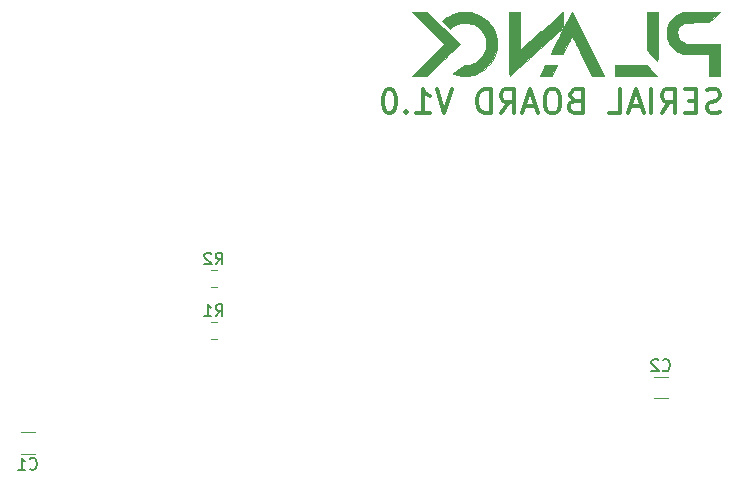
<source format=gbr>
%TF.GenerationSoftware,KiCad,Pcbnew,(5.1.6-0-10_14)*%
%TF.CreationDate,2021-01-13T00:48:19+01:00*%
%TF.ProjectId,serial_board,73657269-616c-45f6-926f-6172642e6b69,rev?*%
%TF.SameCoordinates,Original*%
%TF.FileFunction,Legend,Bot*%
%TF.FilePolarity,Positive*%
%FSLAX46Y46*%
G04 Gerber Fmt 4.6, Leading zero omitted, Abs format (unit mm)*
G04 Created by KiCad (PCBNEW (5.1.6-0-10_14)) date 2021-01-13 00:48:19*
%MOMM*%
%LPD*%
G01*
G04 APERTURE LIST*
%ADD10C,0.300000*%
%ADD11C,0.120000*%
%ADD12C,0.010000*%
%ADD13C,0.150000*%
G04 APERTURE END LIST*
D10*
X79055714Y50244476D02*
X78770000Y50149238D01*
X78293809Y50149238D01*
X78103333Y50244476D01*
X78008095Y50339714D01*
X77912857Y50530190D01*
X77912857Y50720666D01*
X78008095Y50911142D01*
X78103333Y51006380D01*
X78293809Y51101619D01*
X78674761Y51196857D01*
X78865238Y51292095D01*
X78960476Y51387333D01*
X79055714Y51577809D01*
X79055714Y51768285D01*
X78960476Y51958761D01*
X78865238Y52054000D01*
X78674761Y52149238D01*
X78198571Y52149238D01*
X77912857Y52054000D01*
X77055714Y51196857D02*
X76389047Y51196857D01*
X76103333Y50149238D02*
X77055714Y50149238D01*
X77055714Y52149238D01*
X76103333Y52149238D01*
X74103333Y50149238D02*
X74770000Y51101619D01*
X75246190Y50149238D02*
X75246190Y52149238D01*
X74484285Y52149238D01*
X74293809Y52054000D01*
X74198571Y51958761D01*
X74103333Y51768285D01*
X74103333Y51482571D01*
X74198571Y51292095D01*
X74293809Y51196857D01*
X74484285Y51101619D01*
X75246190Y51101619D01*
X73246190Y50149238D02*
X73246190Y52149238D01*
X72389047Y50720666D02*
X71436666Y50720666D01*
X72579523Y50149238D02*
X71912857Y52149238D01*
X71246190Y50149238D01*
X69627142Y50149238D02*
X70579523Y50149238D01*
X70579523Y52149238D01*
X66770000Y51196857D02*
X66484285Y51101619D01*
X66389047Y51006380D01*
X66293809Y50815904D01*
X66293809Y50530190D01*
X66389047Y50339714D01*
X66484285Y50244476D01*
X66674761Y50149238D01*
X67436666Y50149238D01*
X67436666Y52149238D01*
X66770000Y52149238D01*
X66579523Y52054000D01*
X66484285Y51958761D01*
X66389047Y51768285D01*
X66389047Y51577809D01*
X66484285Y51387333D01*
X66579523Y51292095D01*
X66770000Y51196857D01*
X67436666Y51196857D01*
X65055714Y52149238D02*
X64674761Y52149238D01*
X64484285Y52054000D01*
X64293809Y51863523D01*
X64198571Y51482571D01*
X64198571Y50815904D01*
X64293809Y50434952D01*
X64484285Y50244476D01*
X64674761Y50149238D01*
X65055714Y50149238D01*
X65246190Y50244476D01*
X65436666Y50434952D01*
X65531904Y50815904D01*
X65531904Y51482571D01*
X65436666Y51863523D01*
X65246190Y52054000D01*
X65055714Y52149238D01*
X63436666Y50720666D02*
X62484285Y50720666D01*
X63627142Y50149238D02*
X62960476Y52149238D01*
X62293809Y50149238D01*
X60484285Y50149238D02*
X61150952Y51101619D01*
X61627142Y50149238D02*
X61627142Y52149238D01*
X60865238Y52149238D01*
X60674761Y52054000D01*
X60579523Y51958761D01*
X60484285Y51768285D01*
X60484285Y51482571D01*
X60579523Y51292095D01*
X60674761Y51196857D01*
X60865238Y51101619D01*
X61627142Y51101619D01*
X59627142Y50149238D02*
X59627142Y52149238D01*
X59150952Y52149238D01*
X58865238Y52054000D01*
X58674761Y51863523D01*
X58579523Y51673047D01*
X58484285Y51292095D01*
X58484285Y51006380D01*
X58579523Y50625428D01*
X58674761Y50434952D01*
X58865238Y50244476D01*
X59150952Y50149238D01*
X59627142Y50149238D01*
X56389047Y52149238D02*
X55722380Y50149238D01*
X55055714Y52149238D01*
X53341428Y50149238D02*
X54484285Y50149238D01*
X53912857Y50149238D02*
X53912857Y52149238D01*
X54103333Y51863523D01*
X54293809Y51673047D01*
X54484285Y51577809D01*
X52484285Y50339714D02*
X52389047Y50244476D01*
X52484285Y50149238D01*
X52579523Y50244476D01*
X52484285Y50339714D01*
X52484285Y50149238D01*
X51150952Y52149238D02*
X50960476Y52149238D01*
X50770000Y52054000D01*
X50674761Y51958761D01*
X50579523Y51768285D01*
X50484285Y51387333D01*
X50484285Y50911142D01*
X50579523Y50530190D01*
X50674761Y50339714D01*
X50770000Y50244476D01*
X50960476Y50149238D01*
X51150952Y50149238D01*
X51341428Y50244476D01*
X51436666Y50339714D01*
X51531904Y50530190D01*
X51627142Y50911142D01*
X51627142Y51387333D01*
X51531904Y51768285D01*
X51436666Y51958761D01*
X51341428Y52054000D01*
X51150952Y52149238D01*
D11*
%TO.C,R2*%
X36456252Y35421500D02*
X35933748Y35421500D01*
X36456252Y36841500D02*
X35933748Y36841500D01*
%TO.C,R1*%
X36456252Y31040000D02*
X35933748Y31040000D01*
X36456252Y32460000D02*
X35933748Y32460000D01*
%TO.C,C2*%
X74643064Y27834000D02*
X73438936Y27834000D01*
X74643064Y26014000D02*
X73438936Y26014000D01*
%TO.C,C1*%
X19844936Y21315000D02*
X21049064Y21315000D01*
X19844936Y23135000D02*
X21049064Y23135000D01*
D12*
%TO.C,G\u002A\u002A\u002A*%
G36*
X77620709Y58721562D02*
G01*
X77360601Y58721525D01*
X77130092Y58721367D01*
X76927032Y58720981D01*
X76749270Y58720259D01*
X76594654Y58719093D01*
X76461035Y58717375D01*
X76346260Y58714999D01*
X76248180Y58711856D01*
X76164644Y58707840D01*
X76093500Y58702841D01*
X76032599Y58696753D01*
X75979789Y58689469D01*
X75932919Y58680880D01*
X75889838Y58670879D01*
X75848397Y58659358D01*
X75806443Y58646211D01*
X75761827Y58631328D01*
X75752284Y58628096D01*
X75544001Y58541185D01*
X75347691Y58427043D01*
X75166228Y58288668D01*
X75002489Y58129059D01*
X74859348Y57951214D01*
X74739680Y57758132D01*
X74646363Y57552811D01*
X74606646Y57433466D01*
X74555798Y57204642D01*
X74533643Y56971746D01*
X74539829Y56739007D01*
X74574005Y56510651D01*
X74635817Y56290907D01*
X74717905Y56097761D01*
X74833362Y55902222D01*
X74974433Y55720794D01*
X75137354Y55556771D01*
X75318364Y55413447D01*
X75513698Y55294116D01*
X75719594Y55202071D01*
X75755965Y55189173D01*
X75806153Y55172436D01*
X75853305Y55157990D01*
X75900110Y55145668D01*
X75949256Y55135300D01*
X76003431Y55126719D01*
X76065323Y55119757D01*
X76137622Y55114245D01*
X76223015Y55110014D01*
X76324190Y55106897D01*
X76443837Y55104725D01*
X76584643Y55103331D01*
X76749297Y55102545D01*
X76940487Y55102199D01*
X77146642Y55102125D01*
X78152625Y55102125D01*
X78152625Y53292375D01*
X79057500Y53292375D01*
X79057500Y56006038D01*
X76176188Y56014938D01*
X76071855Y56050422D01*
X75923720Y56116991D01*
X75786422Y56210673D01*
X75665190Y56327332D01*
X75579612Y56440026D01*
X75505236Y56582771D01*
X75459478Y56735644D01*
X75442542Y56894604D01*
X75454632Y57055607D01*
X75495955Y57214611D01*
X75535534Y57308750D01*
X75585075Y57389971D01*
X75654989Y57477190D01*
X75737425Y57562541D01*
X75824531Y57638158D01*
X75908455Y57696171D01*
X75938063Y57712054D01*
X75976511Y57730672D01*
X76010994Y57746661D01*
X76044170Y57760238D01*
X76078697Y57771618D01*
X76117232Y57781016D01*
X76162433Y57788648D01*
X76216957Y57794730D01*
X76283462Y57799478D01*
X76364606Y57803106D01*
X76463047Y57805831D01*
X76581441Y57807869D01*
X76722448Y57809434D01*
X76888723Y57810742D01*
X77082926Y57812010D01*
X77177479Y57812608D01*
X78162895Y57818874D01*
X78614062Y58270250D01*
X79065228Y58721625D01*
X77620709Y58721562D01*
G37*
X77620709Y58721562D02*
X77360601Y58721525D01*
X77130092Y58721367D01*
X76927032Y58720981D01*
X76749270Y58720259D01*
X76594654Y58719093D01*
X76461035Y58717375D01*
X76346260Y58714999D01*
X76248180Y58711856D01*
X76164644Y58707840D01*
X76093500Y58702841D01*
X76032599Y58696753D01*
X75979789Y58689469D01*
X75932919Y58680880D01*
X75889838Y58670879D01*
X75848397Y58659358D01*
X75806443Y58646211D01*
X75761827Y58631328D01*
X75752284Y58628096D01*
X75544001Y58541185D01*
X75347691Y58427043D01*
X75166228Y58288668D01*
X75002489Y58129059D01*
X74859348Y57951214D01*
X74739680Y57758132D01*
X74646363Y57552811D01*
X74606646Y57433466D01*
X74555798Y57204642D01*
X74533643Y56971746D01*
X74539829Y56739007D01*
X74574005Y56510651D01*
X74635817Y56290907D01*
X74717905Y56097761D01*
X74833362Y55902222D01*
X74974433Y55720794D01*
X75137354Y55556771D01*
X75318364Y55413447D01*
X75513698Y55294116D01*
X75719594Y55202071D01*
X75755965Y55189173D01*
X75806153Y55172436D01*
X75853305Y55157990D01*
X75900110Y55145668D01*
X75949256Y55135300D01*
X76003431Y55126719D01*
X76065323Y55119757D01*
X76137622Y55114245D01*
X76223015Y55110014D01*
X76324190Y55106897D01*
X76443837Y55104725D01*
X76584643Y55103331D01*
X76749297Y55102545D01*
X76940487Y55102199D01*
X77146642Y55102125D01*
X78152625Y55102125D01*
X78152625Y53292375D01*
X79057500Y53292375D01*
X79057500Y56006038D01*
X76176188Y56014938D01*
X76071855Y56050422D01*
X75923720Y56116991D01*
X75786422Y56210673D01*
X75665190Y56327332D01*
X75579612Y56440026D01*
X75505236Y56582771D01*
X75459478Y56735644D01*
X75442542Y56894604D01*
X75454632Y57055607D01*
X75495955Y57214611D01*
X75535534Y57308750D01*
X75585075Y57389971D01*
X75654989Y57477190D01*
X75737425Y57562541D01*
X75824531Y57638158D01*
X75908455Y57696171D01*
X75938063Y57712054D01*
X75976511Y57730672D01*
X76010994Y57746661D01*
X76044170Y57760238D01*
X76078697Y57771618D01*
X76117232Y57781016D01*
X76162433Y57788648D01*
X76216957Y57794730D01*
X76283462Y57799478D01*
X76364606Y57803106D01*
X76463047Y57805831D01*
X76581441Y57807869D01*
X76722448Y57809434D01*
X76888723Y57810742D01*
X77082926Y57812010D01*
X77177479Y57812608D01*
X78162895Y57818874D01*
X78614062Y58270250D01*
X79065228Y58721625D01*
X77620709Y58721562D01*
G36*
X70135750Y53292375D02*
G01*
X73757881Y53292375D01*
X73316034Y53744538D01*
X72874188Y54196700D01*
X70135750Y54197250D01*
X70135750Y53292375D01*
G37*
X70135750Y53292375D02*
X73757881Y53292375D01*
X73316034Y53744538D01*
X72874188Y54196700D01*
X70135750Y54197250D01*
X70135750Y53292375D01*
G36*
X65610269Y56927727D02*
G01*
X65498217Y56703823D01*
X65390160Y56487748D01*
X65286945Y56281205D01*
X65189419Y56085894D01*
X65098430Y55903517D01*
X65014823Y55735775D01*
X64939446Y55584369D01*
X64873145Y55451000D01*
X64816768Y55337369D01*
X64771162Y55245177D01*
X64737173Y55176126D01*
X64715647Y55131917D01*
X64707433Y55114251D01*
X64707376Y55114032D01*
X64722406Y55111141D01*
X64765438Y55108503D01*
X64832722Y55106207D01*
X64920511Y55104340D01*
X65025056Y55102990D01*
X65142609Y55102245D01*
X65214522Y55102125D01*
X65722543Y55102125D01*
X66115353Y55887938D01*
X66188719Y56034418D01*
X66257912Y56172012D01*
X66321628Y56298163D01*
X66378560Y56410312D01*
X66427404Y56505902D01*
X66466856Y56582376D01*
X66495609Y56637176D01*
X66512358Y56667744D01*
X66516176Y56673410D01*
X66524178Y56659460D01*
X66545509Y56618861D01*
X66579289Y56553354D01*
X66624635Y56464682D01*
X66680665Y56354588D01*
X66746497Y56224812D01*
X66821249Y56077098D01*
X66904040Y55913187D01*
X66993987Y55734822D01*
X67090208Y55543745D01*
X67191822Y55341698D01*
X67297947Y55130422D01*
X67372063Y54982722D01*
X68219937Y53292375D01*
X69230894Y53292375D01*
X67871590Y56010946D01*
X66512286Y58729516D01*
X65610269Y56927727D01*
G37*
X65610269Y56927727D02*
X65498217Y56703823D01*
X65390160Y56487748D01*
X65286945Y56281205D01*
X65189419Y56085894D01*
X65098430Y55903517D01*
X65014823Y55735775D01*
X64939446Y55584369D01*
X64873145Y55451000D01*
X64816768Y55337369D01*
X64771162Y55245177D01*
X64737173Y55176126D01*
X64715647Y55131917D01*
X64707433Y55114251D01*
X64707376Y55114032D01*
X64722406Y55111141D01*
X64765438Y55108503D01*
X64832722Y55106207D01*
X64920511Y55104340D01*
X65025056Y55102990D01*
X65142609Y55102245D01*
X65214522Y55102125D01*
X65722543Y55102125D01*
X66115353Y55887938D01*
X66188719Y56034418D01*
X66257912Y56172012D01*
X66321628Y56298163D01*
X66378560Y56410312D01*
X66427404Y56505902D01*
X66466856Y56582376D01*
X66495609Y56637176D01*
X66512358Y56667744D01*
X66516176Y56673410D01*
X66524178Y56659460D01*
X66545509Y56618861D01*
X66579289Y56553354D01*
X66624635Y56464682D01*
X66680665Y56354588D01*
X66746497Y56224812D01*
X66821249Y56077098D01*
X66904040Y55913187D01*
X66993987Y55734822D01*
X67090208Y55543745D01*
X67191822Y55341698D01*
X67297947Y55130422D01*
X67372063Y54982722D01*
X68219937Y53292375D01*
X69230894Y53292375D01*
X67871590Y56010946D01*
X66512286Y58729516D01*
X65610269Y56927727D01*
G36*
X64027679Y53755220D02*
G01*
X63972060Y53646140D01*
X63921408Y53546185D01*
X63877464Y53458839D01*
X63841969Y53387588D01*
X63816666Y53335917D01*
X63803294Y53307310D01*
X63801625Y53302783D01*
X63816872Y53300246D01*
X63860096Y53297933D01*
X63927528Y53295921D01*
X64015395Y53294288D01*
X64119926Y53293112D01*
X64237351Y53292472D01*
X64305786Y53292375D01*
X64809947Y53292375D01*
X65036000Y53744813D01*
X65262053Y54197250D01*
X64253733Y54197250D01*
X64027679Y53755220D01*
G37*
X64027679Y53755220D02*
X63972060Y53646140D01*
X63921408Y53546185D01*
X63877464Y53458839D01*
X63841969Y53387588D01*
X63816666Y53335917D01*
X63803294Y53307310D01*
X63801625Y53302783D01*
X63816872Y53300246D01*
X63860096Y53297933D01*
X63927528Y53295921D01*
X64015395Y53294288D01*
X64119926Y53293112D01*
X64237351Y53292472D01*
X64305786Y53292375D01*
X64809947Y53292375D01*
X65036000Y53744813D01*
X65262053Y54197250D01*
X64253733Y54197250D01*
X64027679Y53755220D01*
G36*
X65718532Y58694469D02*
G01*
X65702795Y58680255D01*
X65664771Y58646008D01*
X65605787Y58592920D01*
X65527168Y58522183D01*
X65430240Y58434990D01*
X65316329Y58332534D01*
X65186761Y58216006D01*
X65042862Y58086599D01*
X64885956Y57945505D01*
X64717372Y57793917D01*
X64538433Y57633027D01*
X64350466Y57464027D01*
X64154797Y57288109D01*
X63952751Y57106467D01*
X63912750Y57070506D01*
X62142688Y55479235D01*
X62138644Y57100430D01*
X62134601Y58721625D01*
X61229875Y58721625D01*
X61229875Y56007000D01*
X61229898Y55716003D01*
X61229965Y55433688D01*
X61230074Y55161683D01*
X61230221Y54901611D01*
X61230406Y54655098D01*
X61230625Y54423768D01*
X61230877Y54209248D01*
X61231158Y54013162D01*
X61231467Y53837135D01*
X61231800Y53682792D01*
X61232157Y53551759D01*
X61232533Y53445660D01*
X61232928Y53366121D01*
X61233338Y53314766D01*
X61233761Y53293221D01*
X61233844Y53292632D01*
X61245888Y53303086D01*
X61280281Y53333637D01*
X61335762Y53383154D01*
X61411071Y53450506D01*
X61504947Y53534561D01*
X61616129Y53634190D01*
X61743356Y53748261D01*
X61885366Y53875642D01*
X62040900Y54015204D01*
X62208696Y54165816D01*
X62387494Y54326345D01*
X62576031Y54495663D01*
X62773049Y54672636D01*
X62977284Y54856135D01*
X63103125Y54969220D01*
X63318558Y55162817D01*
X63532062Y55354666D01*
X63742004Y55543297D01*
X63946747Y55727242D01*
X64144656Y55905031D01*
X64334094Y56075195D01*
X64513428Y56236266D01*
X64681021Y56386776D01*
X64835237Y56525253D01*
X64974441Y56650231D01*
X65096997Y56760240D01*
X65201270Y56853812D01*
X65285625Y56929476D01*
X65348425Y56985765D01*
X65360965Y56996995D01*
X65753491Y57348438D01*
X65753871Y58037799D01*
X65754250Y58727159D01*
X65718532Y58694469D01*
G37*
X65718532Y58694469D02*
X65702795Y58680255D01*
X65664771Y58646008D01*
X65605787Y58592920D01*
X65527168Y58522183D01*
X65430240Y58434990D01*
X65316329Y58332534D01*
X65186761Y58216006D01*
X65042862Y58086599D01*
X64885956Y57945505D01*
X64717372Y57793917D01*
X64538433Y57633027D01*
X64350466Y57464027D01*
X64154797Y57288109D01*
X63952751Y57106467D01*
X63912750Y57070506D01*
X62142688Y55479235D01*
X62138644Y57100430D01*
X62134601Y58721625D01*
X61229875Y58721625D01*
X61229875Y56007000D01*
X61229898Y55716003D01*
X61229965Y55433688D01*
X61230074Y55161683D01*
X61230221Y54901611D01*
X61230406Y54655098D01*
X61230625Y54423768D01*
X61230877Y54209248D01*
X61231158Y54013162D01*
X61231467Y53837135D01*
X61231800Y53682792D01*
X61232157Y53551759D01*
X61232533Y53445660D01*
X61232928Y53366121D01*
X61233338Y53314766D01*
X61233761Y53293221D01*
X61233844Y53292632D01*
X61245888Y53303086D01*
X61280281Y53333637D01*
X61335762Y53383154D01*
X61411071Y53450506D01*
X61504947Y53534561D01*
X61616129Y53634190D01*
X61743356Y53748261D01*
X61885366Y53875642D01*
X62040900Y54015204D01*
X62208696Y54165816D01*
X62387494Y54326345D01*
X62576031Y54495663D01*
X62773049Y54672636D01*
X62977284Y54856135D01*
X63103125Y54969220D01*
X63318558Y55162817D01*
X63532062Y55354666D01*
X63742004Y55543297D01*
X63946747Y55727242D01*
X64144656Y55905031D01*
X64334094Y56075195D01*
X64513428Y56236266D01*
X64681021Y56386776D01*
X64835237Y56525253D01*
X64974441Y56650231D01*
X65096997Y56760240D01*
X65201270Y56853812D01*
X65285625Y56929476D01*
X65348425Y56985765D01*
X65360965Y56996995D01*
X65753491Y57348438D01*
X65753871Y58037799D01*
X65754250Y58727159D01*
X65718532Y58694469D01*
G36*
X57274682Y58712742D02*
G01*
X57138475Y58705154D01*
X57021877Y58692496D01*
X56983313Y58686127D01*
X56701231Y58617718D01*
X56427501Y58520094D01*
X56165529Y58394935D01*
X55918720Y58243922D01*
X55690478Y58068736D01*
X55636781Y58021417D01*
X55528498Y57923315D01*
X55605031Y57844927D01*
X55639910Y57810020D01*
X55693009Y57757916D01*
X55759525Y57693280D01*
X55834653Y57620776D01*
X55913589Y57545068D01*
X55931396Y57528057D01*
X56181228Y57289576D01*
X56264771Y57365201D01*
X56436778Y57500146D01*
X56628327Y57612888D01*
X56834354Y57701285D01*
X57049792Y57763198D01*
X57269577Y57796485D01*
X57288907Y57797970D01*
X57543006Y57801935D01*
X57784215Y57777112D01*
X58012221Y57723610D01*
X58226710Y57641541D01*
X58427368Y57531016D01*
X58613881Y57392145D01*
X58721430Y57292706D01*
X58882283Y57110255D01*
X59017597Y56910882D01*
X59125689Y56697472D01*
X59204878Y56472909D01*
X59209550Y56455903D01*
X59224690Y56397104D01*
X59235686Y56345432D01*
X59243189Y56293887D01*
X59247853Y56235469D01*
X59250328Y56163177D01*
X59251267Y56070009D01*
X59251366Y56007000D01*
X59250995Y55899291D01*
X59249450Y55816325D01*
X59246076Y55751104D01*
X59240223Y55696626D01*
X59231238Y55645890D01*
X59218469Y55591895D01*
X59209550Y55558098D01*
X59163140Y55414609D01*
X59101113Y55264810D01*
X59029347Y55121641D01*
X58958448Y55004958D01*
X58857361Y54873543D01*
X58734397Y54741730D01*
X58597725Y54616946D01*
X58455513Y54506619D01*
X58315930Y54418177D01*
X58308875Y54414304D01*
X58170505Y54348701D01*
X58018040Y54293154D01*
X57861085Y54250290D01*
X57709244Y54222739D01*
X57573560Y54213125D01*
X57470295Y54213125D01*
X56944378Y53864849D01*
X56829031Y53788203D01*
X56722263Y53716757D01*
X56626918Y53652450D01*
X56545840Y53597224D01*
X56481872Y53553018D01*
X56437858Y53521775D01*
X56416641Y53505433D01*
X56415137Y53503693D01*
X56427750Y53492887D01*
X56465595Y53475895D01*
X56523159Y53454455D01*
X56594929Y53430305D01*
X56675392Y53405182D01*
X56759034Y53380824D01*
X56840342Y53358968D01*
X56913804Y53341351D01*
X56959500Y53332133D01*
X57039851Y53321128D01*
X57142473Y53312032D01*
X57259617Y53305062D01*
X57383532Y53300430D01*
X57506466Y53298353D01*
X57620669Y53299046D01*
X57718389Y53302723D01*
X57788666Y53309143D01*
X57995681Y53344822D01*
X58189774Y53394012D01*
X58381016Y53459877D01*
X58579477Y53545580D01*
X58650188Y53579701D01*
X58910922Y53725419D01*
X59149773Y53894051D01*
X59366356Y54085213D01*
X59560286Y54298525D01*
X59731179Y54533604D01*
X59878651Y54790070D01*
X59887899Y54808438D01*
X60007543Y55079986D01*
X60095647Y55352367D01*
X60152419Y55626528D01*
X60178069Y55903419D01*
X60176789Y56118125D01*
X60147680Y56414436D01*
X60089291Y56698483D01*
X60001606Y56970301D01*
X59884611Y57229923D01*
X59738291Y57477380D01*
X59562632Y57712707D01*
X59384105Y57909448D01*
X59167298Y58106418D01*
X58931271Y58278792D01*
X58678284Y58425355D01*
X58410596Y58544893D01*
X58130467Y58636191D01*
X57955373Y58677311D01*
X57847327Y58693925D01*
X57716821Y58705852D01*
X57572268Y58713015D01*
X57422084Y58715337D01*
X57274682Y58712742D01*
G37*
X57274682Y58712742D02*
X57138475Y58705154D01*
X57021877Y58692496D01*
X56983313Y58686127D01*
X56701231Y58617718D01*
X56427501Y58520094D01*
X56165529Y58394935D01*
X55918720Y58243922D01*
X55690478Y58068736D01*
X55636781Y58021417D01*
X55528498Y57923315D01*
X55605031Y57844927D01*
X55639910Y57810020D01*
X55693009Y57757916D01*
X55759525Y57693280D01*
X55834653Y57620776D01*
X55913589Y57545068D01*
X55931396Y57528057D01*
X56181228Y57289576D01*
X56264771Y57365201D01*
X56436778Y57500146D01*
X56628327Y57612888D01*
X56834354Y57701285D01*
X57049792Y57763198D01*
X57269577Y57796485D01*
X57288907Y57797970D01*
X57543006Y57801935D01*
X57784215Y57777112D01*
X58012221Y57723610D01*
X58226710Y57641541D01*
X58427368Y57531016D01*
X58613881Y57392145D01*
X58721430Y57292706D01*
X58882283Y57110255D01*
X59017597Y56910882D01*
X59125689Y56697472D01*
X59204878Y56472909D01*
X59209550Y56455903D01*
X59224690Y56397104D01*
X59235686Y56345432D01*
X59243189Y56293887D01*
X59247853Y56235469D01*
X59250328Y56163177D01*
X59251267Y56070009D01*
X59251366Y56007000D01*
X59250995Y55899291D01*
X59249450Y55816325D01*
X59246076Y55751104D01*
X59240223Y55696626D01*
X59231238Y55645890D01*
X59218469Y55591895D01*
X59209550Y55558098D01*
X59163140Y55414609D01*
X59101113Y55264810D01*
X59029347Y55121641D01*
X58958448Y55004958D01*
X58857361Y54873543D01*
X58734397Y54741730D01*
X58597725Y54616946D01*
X58455513Y54506619D01*
X58315930Y54418177D01*
X58308875Y54414304D01*
X58170505Y54348701D01*
X58018040Y54293154D01*
X57861085Y54250290D01*
X57709244Y54222739D01*
X57573560Y54213125D01*
X57470295Y54213125D01*
X56944378Y53864849D01*
X56829031Y53788203D01*
X56722263Y53716757D01*
X56626918Y53652450D01*
X56545840Y53597224D01*
X56481872Y53553018D01*
X56437858Y53521775D01*
X56416641Y53505433D01*
X56415137Y53503693D01*
X56427750Y53492887D01*
X56465595Y53475895D01*
X56523159Y53454455D01*
X56594929Y53430305D01*
X56675392Y53405182D01*
X56759034Y53380824D01*
X56840342Y53358968D01*
X56913804Y53341351D01*
X56959500Y53332133D01*
X57039851Y53321128D01*
X57142473Y53312032D01*
X57259617Y53305062D01*
X57383532Y53300430D01*
X57506466Y53298353D01*
X57620669Y53299046D01*
X57718389Y53302723D01*
X57788666Y53309143D01*
X57995681Y53344822D01*
X58189774Y53394012D01*
X58381016Y53459877D01*
X58579477Y53545580D01*
X58650188Y53579701D01*
X58910922Y53725419D01*
X59149773Y53894051D01*
X59366356Y54085213D01*
X59560286Y54298525D01*
X59731179Y54533604D01*
X59878651Y54790070D01*
X59887899Y54808438D01*
X60007543Y55079986D01*
X60095647Y55352367D01*
X60152419Y55626528D01*
X60178069Y55903419D01*
X60176789Y56118125D01*
X60147680Y56414436D01*
X60089291Y56698483D01*
X60001606Y56970301D01*
X59884611Y57229923D01*
X59738291Y57477380D01*
X59562632Y57712707D01*
X59384105Y57909448D01*
X59167298Y58106418D01*
X58931271Y58278792D01*
X58678284Y58425355D01*
X58410596Y58544893D01*
X58130467Y58636191D01*
X57955373Y58677311D01*
X57847327Y58693925D01*
X57716821Y58705852D01*
X57572268Y58713015D01*
X57422084Y58715337D01*
X57274682Y58712742D01*
G36*
X54356000Y57364313D02*
G01*
X55713243Y56007000D01*
X54356000Y54649688D01*
X52998758Y53292375D01*
X53641660Y53292388D01*
X54284563Y53292400D01*
X55641875Y54637794D01*
X55815001Y54809499D01*
X55981798Y54975122D01*
X56140883Y55133280D01*
X56290872Y55282587D01*
X56430380Y55421660D01*
X56558025Y55549115D01*
X56672421Y55663567D01*
X56772186Y55763632D01*
X56855934Y55847926D01*
X56922283Y55915064D01*
X56969848Y55963663D01*
X56997245Y55992338D01*
X57003720Y55999911D01*
X56993240Y56012998D01*
X56961543Y56047020D01*
X56909999Y56100597D01*
X56839977Y56172352D01*
X56752847Y56260903D01*
X56649978Y56364873D01*
X56532739Y56482882D01*
X56402501Y56613552D01*
X56260632Y56755502D01*
X56108503Y56907354D01*
X55947483Y57067730D01*
X55778941Y57235248D01*
X55644001Y57369130D01*
X54279750Y58721625D01*
X52998758Y58721625D01*
X54356000Y57364313D01*
G37*
X54356000Y57364313D02*
X55713243Y56007000D01*
X54356000Y54649688D01*
X52998758Y53292375D01*
X53641660Y53292388D01*
X54284563Y53292400D01*
X55641875Y54637794D01*
X55815001Y54809499D01*
X55981798Y54975122D01*
X56140883Y55133280D01*
X56290872Y55282587D01*
X56430380Y55421660D01*
X56558025Y55549115D01*
X56672421Y55663567D01*
X56772186Y55763632D01*
X56855934Y55847926D01*
X56922283Y55915064D01*
X56969848Y55963663D01*
X56997245Y55992338D01*
X57003720Y55999911D01*
X56993240Y56012998D01*
X56961543Y56047020D01*
X56909999Y56100597D01*
X56839977Y56172352D01*
X56752847Y56260903D01*
X56649978Y56364873D01*
X56532739Y56482882D01*
X56402501Y56613552D01*
X56260632Y56755502D01*
X56108503Y56907354D01*
X55947483Y57067730D01*
X55778941Y57235248D01*
X55644001Y57369130D01*
X54279750Y58721625D01*
X52998758Y58721625D01*
X54356000Y57364313D01*
G36*
X72850375Y55442341D02*
G01*
X73296213Y54986483D01*
X73393772Y54887090D01*
X73484672Y54795169D01*
X73566480Y54713130D01*
X73636761Y54643385D01*
X73693081Y54588343D01*
X73733006Y54550414D01*
X73754101Y54532009D01*
X73756588Y54530625D01*
X73758612Y54546291D01*
X73760517Y54592449D01*
X73762294Y54667842D01*
X73763934Y54771213D01*
X73765429Y54901304D01*
X73766770Y55056859D01*
X73767948Y55236620D01*
X73768954Y55439329D01*
X73769780Y55663730D01*
X73770417Y55908565D01*
X73770856Y56172576D01*
X73771089Y56454507D01*
X73771125Y56626125D01*
X73771125Y58721625D01*
X72850375Y58721625D01*
X72850375Y55442341D01*
G37*
X72850375Y55442341D02*
X73296213Y54986483D01*
X73393772Y54887090D01*
X73484672Y54795169D01*
X73566480Y54713130D01*
X73636761Y54643385D01*
X73693081Y54588343D01*
X73733006Y54550414D01*
X73754101Y54532009D01*
X73756588Y54530625D01*
X73758612Y54546291D01*
X73760517Y54592449D01*
X73762294Y54667842D01*
X73763934Y54771213D01*
X73765429Y54901304D01*
X73766770Y55056859D01*
X73767948Y55236620D01*
X73768954Y55439329D01*
X73769780Y55663730D01*
X73770417Y55908565D01*
X73770856Y56172576D01*
X73771089Y56454507D01*
X73771125Y56626125D01*
X73771125Y58721625D01*
X72850375Y58721625D01*
X72850375Y55442341D01*
%TO.C,R2*%
D13*
X36361666Y37329119D02*
X36695000Y37805309D01*
X36933095Y37329119D02*
X36933095Y38329119D01*
X36552142Y38329119D01*
X36456904Y38281500D01*
X36409285Y38233880D01*
X36361666Y38138642D01*
X36361666Y37995785D01*
X36409285Y37900547D01*
X36456904Y37852928D01*
X36552142Y37805309D01*
X36933095Y37805309D01*
X35980714Y38233880D02*
X35933095Y38281500D01*
X35837857Y38329119D01*
X35599761Y38329119D01*
X35504523Y38281500D01*
X35456904Y38233880D01*
X35409285Y38138642D01*
X35409285Y38043404D01*
X35456904Y37900547D01*
X36028333Y37329119D01*
X35409285Y37329119D01*
%TO.C,R1*%
X36361666Y32947619D02*
X36695000Y33423809D01*
X36933095Y32947619D02*
X36933095Y33947619D01*
X36552142Y33947619D01*
X36456904Y33900000D01*
X36409285Y33852380D01*
X36361666Y33757142D01*
X36361666Y33614285D01*
X36409285Y33519047D01*
X36456904Y33471428D01*
X36552142Y33423809D01*
X36933095Y33423809D01*
X35409285Y32947619D02*
X35980714Y32947619D01*
X35695000Y32947619D02*
X35695000Y33947619D01*
X35790238Y33804761D01*
X35885476Y33709523D01*
X35980714Y33661904D01*
%TO.C,C2*%
X74207666Y28386857D02*
X74255285Y28339238D01*
X74398142Y28291619D01*
X74493380Y28291619D01*
X74636238Y28339238D01*
X74731476Y28434476D01*
X74779095Y28529714D01*
X74826714Y28720190D01*
X74826714Y28863047D01*
X74779095Y29053523D01*
X74731476Y29148761D01*
X74636238Y29244000D01*
X74493380Y29291619D01*
X74398142Y29291619D01*
X74255285Y29244000D01*
X74207666Y29196380D01*
X73826714Y29196380D02*
X73779095Y29244000D01*
X73683857Y29291619D01*
X73445761Y29291619D01*
X73350523Y29244000D01*
X73302904Y29196380D01*
X73255285Y29101142D01*
X73255285Y29005904D01*
X73302904Y28863047D01*
X73874333Y28291619D01*
X73255285Y28291619D01*
%TO.C,C1*%
X20613666Y20047857D02*
X20661285Y20000238D01*
X20804142Y19952619D01*
X20899380Y19952619D01*
X21042238Y20000238D01*
X21137476Y20095476D01*
X21185095Y20190714D01*
X21232714Y20381190D01*
X21232714Y20524047D01*
X21185095Y20714523D01*
X21137476Y20809761D01*
X21042238Y20905000D01*
X20899380Y20952619D01*
X20804142Y20952619D01*
X20661285Y20905000D01*
X20613666Y20857380D01*
X19661285Y19952619D02*
X20232714Y19952619D01*
X19947000Y19952619D02*
X19947000Y20952619D01*
X20042238Y20809761D01*
X20137476Y20714523D01*
X20232714Y20666904D01*
%TD*%
M02*

</source>
